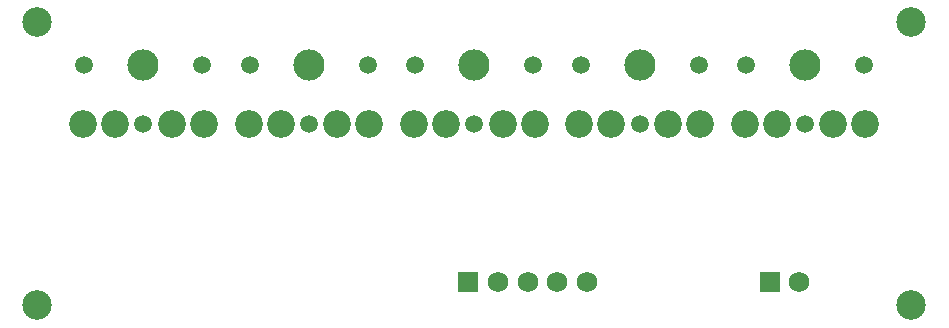
<source format=gbr>
%TF.GenerationSoftware,KiCad,Pcbnew,7.0.1-1.fc37*%
%TF.CreationDate,2023-03-22T20:46:38-05:00*%
%TF.ProjectId,midi_tx_board,6d696469-5f74-4785-9f62-6f6172642e6b,rev?*%
%TF.SameCoordinates,Original*%
%TF.FileFunction,Soldermask,Bot*%
%TF.FilePolarity,Negative*%
%FSLAX46Y46*%
G04 Gerber Fmt 4.6, Leading zero omitted, Abs format (unit mm)*
G04 Created by KiCad (PCBNEW 7.0.1-1.fc37) date 2023-03-22 20:46:38*
%MOMM*%
%LPD*%
G01*
G04 APERTURE LIST*
%ADD10C,2.351600*%
%ADD11C,2.641600*%
%ADD12C,1.500000*%
%ADD13C,2.500000*%
%ADD14R,1.750000X1.750000*%
%ADD15C,1.750000*%
G04 APERTURE END LIST*
D10*
%TO.C,TX5*%
X184900000Y-30678000D03*
X187600000Y-30678000D03*
X192400000Y-30678000D03*
X195100000Y-30678000D03*
D11*
X190000000Y-25678000D03*
D12*
X190000000Y-30678000D03*
X185000000Y-25678000D03*
X195000000Y-25678000D03*
%TD*%
%TO.C,TX4*%
X181000000Y-25656177D03*
X171000000Y-25656177D03*
X176000000Y-30656177D03*
D11*
X176000000Y-25656177D03*
D10*
X181100000Y-30656177D03*
X178400000Y-30656177D03*
X173600000Y-30656177D03*
X170900000Y-30656177D03*
%TD*%
D12*
%TO.C,TX3*%
X167000000Y-25656177D03*
X157000000Y-25656177D03*
X162000000Y-30656177D03*
D11*
X162000000Y-25656177D03*
D10*
X167100000Y-30656177D03*
X164400000Y-30656177D03*
X159600000Y-30656177D03*
X156900000Y-30656177D03*
%TD*%
%TO.C,TX2*%
X142900000Y-30656177D03*
X145600000Y-30656177D03*
X150400000Y-30656177D03*
X153100000Y-30656177D03*
D11*
X148000000Y-25656177D03*
D12*
X148000000Y-30656177D03*
X143000000Y-25656177D03*
X153000000Y-25656177D03*
%TD*%
%TO.C,TX1*%
X138970261Y-25667645D03*
X128970261Y-25667645D03*
X133970261Y-30667645D03*
D11*
X133970261Y-25667645D03*
D10*
X139070261Y-30667645D03*
X136370261Y-30667645D03*
X131570261Y-30667645D03*
X128870261Y-30667645D03*
%TD*%
D13*
%TO.C,REF\u002A\u002A*%
X125000000Y-46000000D03*
%TD*%
D14*
%TO.C,J2*%
X187000000Y-44000000D03*
D15*
X189500000Y-44000000D03*
%TD*%
D14*
%TO.C,J1*%
X161500000Y-44000000D03*
D15*
X164000000Y-44000000D03*
X166500000Y-44000000D03*
X169000000Y-44000000D03*
X171500000Y-44000000D03*
%TD*%
D13*
%TO.C,REF\u002A\u002A*%
X125000000Y-22000000D03*
%TD*%
%TO.C,REF\u002A\u002A*%
X199000000Y-46000000D03*
%TD*%
%TO.C,REF\u002A\u002A*%
X199000000Y-22000000D03*
%TD*%
M02*

</source>
